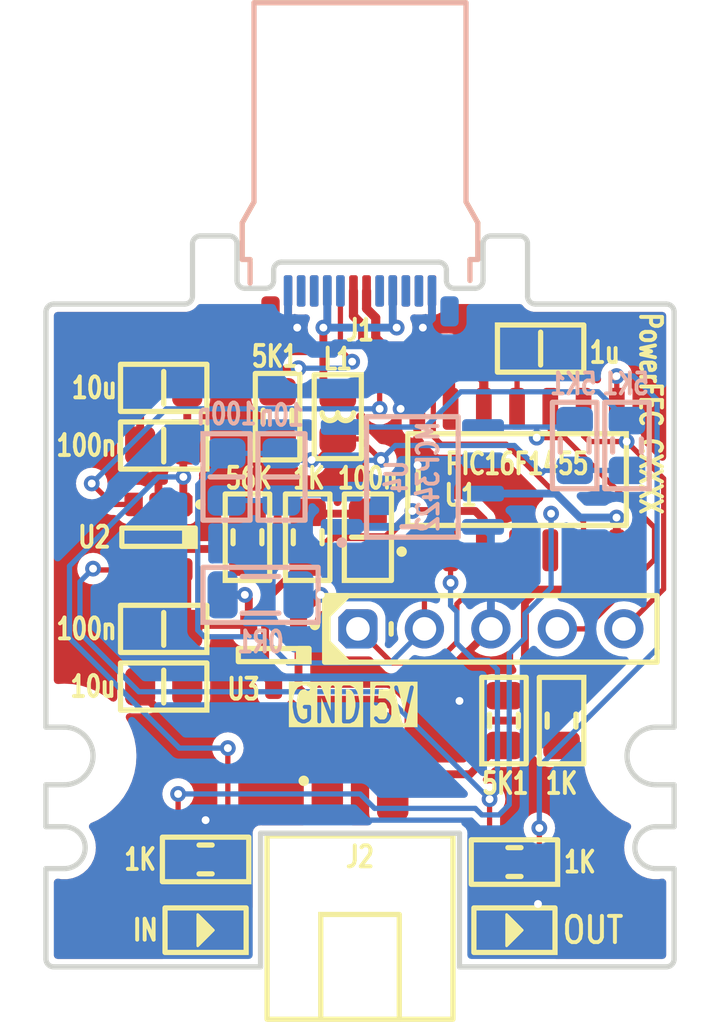
<source format=kicad_pcb>
(kicad_pcb (version 20221018) (generator pcbnew)
  (layers (0 "F.Cu" signal) (31 "B.Cu" jumper) (34 "B.Paste" user) (35 "F.Paste" user) (36 "B.SilkS" user "B.Silkscreen") (37 "F.SilkS" user "F.Silkscreen") (38 "B.Mask" user) (39 "F.Mask" user) (44 "Edge.Cuts" user))
  (net 0 "")
  (net 1 "A_CC")
  (net 2 "USB_DP")
  (net 3 "USB_DM")
  (net 4 "GND")
  (net 5 "Vout")
  (net 6 "LED_IN")
  (net 7 "ILIM")
  (net 8 "5V")
  (net 9 "ICSP_VPP")
  (net 10 "V33")
  (net 11 "Vin")
  (net 12 "Vadc")
  (net 13 "Iadc")
  (net 14 "Vsw")
  (net 15 "POWER_EN")
  (net 16 "POWER_FAULT")
  (net 17 "LED_OUT_HIGH")
  (net 18 "ICSP_CLK/SDA")
  (net 19 "ICSP_DAT/SCL")
  (footprint "Medo64:R (0805)" (layer "F.Cu") (at 37.9 43.9 180)
    (fp_text reference "R4" hide)
    (fp_text value "1K" (at -2.5 0) (layer "F.SilkS") (effects (font (size 0.8 0.6))))
    (pad "1" smd roundrect (at -0.95 0 180) (size 1.05 1.4) (layers "F.Cu" "F.Paste" "F.Mask") (net 17 "LED_OUT_HIGH"))
    (pad "2" smd roundrect (at 0.95 0 180) (size 1.05 1.4) (layers "F.Cu" "F.Paste" "F.Mask") (net 16 "POWER_FAULT"))
  )
  (footprint "Medo64:C (0805)" (layer "F.Cu") (at 24.5 37.2 180)
    (fp_text reference "C8" hide)
    (fp_text value "10u" (at 2.7 0) (layer "F.SilkS") (effects (font (size 0.8 0.6) (thickness 0.15) bold)))
    (pad "1" smd roundrect (at -0.9 0 180) (size 1.15 1.45) (layers "F.Cu" "F.Paste" "F.Mask") (net 14 "Vsw"))
    (pad "2" smd roundrect (at 0.9 0 180) (size 1.15 1.45) (layers "F.Cu" "F.Paste" "F.Mask") (net 4 "GND"))
  )
  (footprint "Medo64:R (0805)" (layer "F.Cu") (at 30 31.5 90)
    (fp_text reference "R2" hide)
    (fp_text value "1K" (at 2.25 0.05) (layer "F.SilkS") (effects (font (size 0.8 0.6))))
    (pad "1" smd roundrect (at -0.95 0 90) (size 1.05 1.4) (layers "F.Cu" "F.Paste" "F.Mask") (net 13 "Iadc"))
    (pad "2" smd roundrect (at 0.95 0 90) (size 1.05 1.4) (layers "F.Cu" "F.Paste" "F.Mask") (net 4 "GND"))
  )
  (footprint "Medo64:J USB C 3.2 Edge (24w)" (layer "F.Cu") (at 32 22)
    (fp_text reference "J1" (at 0 1.6) (layer "F.SilkS") (effects (font (size 0.8 0.6))))
    (fp_text value "105444-0001" hide)
    (pad "A1" smd roundrect locked (at -2.75 0.1) (size 0.33 1.2) (layers "F.Cu" "F.Paste" "F.Mask") (chamfer_ratio 0.2) (chamfer top_left bottom_left) (net 4 "GND"))
    (pad "A2" smd roundrect locked (at -2.25 0.1) (size 0.33 1.2) (layers "F.Cu" "F.Paste" "F.Mask"))
    (pad "A3" smd roundrect locked (at -1.75 0.1) (size 0.33 1.2) (layers "F.Cu" "F.Paste" "F.Mask"))
    (pad "A4" smd roundrect locked (at -1.25 0.1) (size 0.33 1.2) (layers "F.Cu" "F.Paste" "F.Mask") (net 11 "Vin"))
    (pad "A5" smd roundrect locked (at -0.75 0.1) (size 0.33 1.2) (layers "F.Cu" "F.Paste" "F.Mask") (net 1 "A_CC"))
    (pad "A6" smd roundrect locked (at -0.25 0.1) (size 0.33 1.2) (layers "F.Cu" "F.Paste" "F.Mask") (net 2 "USB_DP"))
    (pad "A7" smd roundrect locked (at 0.25 0.1) (size 0.33 1.2) (layers "F.Cu" "F.Paste" "F.Mask") (net 3 "USB_DM"))
    (pad "A8" smd roundrect locked (at 0.75 0.1) (size 0.33 1.2) (layers "F.Cu" "F.Paste" "F.Mask"))
    (pad "A9" smd roundrect locked (at 1.25 0.1) (size 0.33 1.2) (layers "F.Cu" "F.Paste" "F.Mask") (net 11 "Vin"))
    (pad "A10" smd roundrect locked (at 1.75 0.1) (size 0.33 1.2) (layers "F.Cu" "F.Paste" "F.Mask"))
    (pad "A11" smd roundrect locked (at 2.25 0.1) (size 0.33 1.2) (layers "F.Cu" "F.Paste" "F.Mask"))
    (pad "A12" smd roundrect locked (at 2.75 0.1) (size 0.33 1.2) (layers "F.Cu" "F.Paste" "F.Mask") (net 4 "GND"))
    (pad "B01" smd roundrect locked (at 2.75 0.1) (size 0.33 1.2) (layers "B.Cu" "B.Paste" "B.Mask") (chamfer_ratio 0.2) (chamfer top_right bottom_right) (net 4 "GND"))
    (pad "B02" smd roundrect locked (at 2.25 0.1) (size 0.33 1.2) (layers "B.Cu" "B.Paste" "B.Mask"))
    (pad "B03" smd roundrect locked (at 1.75 0.1) (size 0.33 1.2) (layers "B.Cu" "B.Paste" "B.Mask"))
    (pad "B04" smd roundrect locked (at 1.25 0.1) (size 0.33 1.2) (layers "B.Cu" "B.Paste" "B.Mask") (net 11 "Vin"))
    (pad "B05" smd roundrect locked (at 0.75 0.1) (size 0.33 1.2) (layers "B.Cu" "B.Paste" "B.Mask"))
    (pad "B08" smd roundrect locked (at -0.75 0.1) (size 0.33 1.2) (layers "B.Cu" "B.Paste" "B.Mask"))
    (pad "B09" smd roundrect locked (at -1.25 0.1) (size 0.33 1.2) (layers "B.Cu" "B.Paste" "B.Mask") (net 11 "Vin"))
    (pad "B10" smd roundrect locked (at -1.75 0.1) (size 0.33 1.2) (layers "B.Cu" "B.Paste" "B.Mask"))
    (pad "B11" smd roundrect locked (at -2.25 0.1) (size 0.33 1.2) (layers "B.Cu" "B.Paste" "B.Mask"))
    (pad "B12" smd roundrect locked (at -2.75 0.1) (size 0.33 1.2) (layers "B.Cu" "B.Paste" "B.Mask") (net 4 "GND"))
    (pad "S" smd roundrect locked (at -3.42 0.88) (size 0.7 1.15) (layers "F.Cu" "F.Paste" "F.Mask"))
    (pad "S" smd roundrect locked (at 3.42 0.88) (size 0.7 1.15) (layers "B.Cu" "B.Paste" "B.Mask"))
  )
  (footprint "Medo64:U Current Monitor [ZXCT1009] (SOT23-3)" (layer "F.Cu") (at 28.7 36 180)
    (fp_text reference "U3" (at 1.15 -1.3 180) (layer "F.SilkS") (effects (font (size 0.8 0.6))))
    (fp_text value "ZXCT1009" hide)
    (pad "1" smd roundrect (at -0.95 1.15 180) (size 0.65 1.05) (layers "F.Cu" "F.Paste" "F.Mask") (chamfer_ratio 0.2) (chamfer top_left bottom_left) (net 5 "Vout"))
    (pad "2" smd roundrect (at 0.95 1.15 180) (size 0.65 1.05) (layers "F.Cu" "F.Paste" "F.Mask") (net 14 "Vsw"))
    (pad "3" smd roundrect (at 0 -1.15 180) (size 0.65 1.05) (layers "F.Cu" "F.Paste" "F.Mask") (net 13 "Iadc"))
  )
  (footprint "Medo64:L (0805)" (layer "F.Cu") (at 31.15 26.9 -90)
    (fp_text reference "L1" (at -2.2 0) (layer "F.SilkS") (effects (font (size 0.8 0.6))))
    (fp_text value "1u" hide)
    (pad "1" smd roundrect (at -0.85 0 270) (size 1.05 1.4) (layers "F.Cu" "F.Paste" "F.Mask") (net 11 "Vin"))
    (pad "2" smd roundrect (at 0.85 0 270) (size 1.05 1.4) (layers "F.Cu" "F.Paste" "F.Mask") (net 8 "5V"))
  )
  (footprint "Medo64:DS (0805)" (layer "F.Cu") (at 37.9 46.5 180)
    (fp_text reference "DS2" hide)
    (fp_text value "OUT" (at -3 0 180) (layer "F.SilkS" knockout) (effects (font (size 1 0.8) (thickness 0.15) bold)))
    (pad "1" smd roundrect (at -0.9 0 180) (size 1 1.4) (layers "F.Cu" "F.Paste" "F.Mask") (chamfer_ratio 0.2) (chamfer top_left bottom_left) (net 4 "GND"))
    (pad "2" smd roundrect (at 0.9 0 180) (size 1 1.4) (layers "F.Cu" "F.Paste" "F.Mask") (net 16 "POWER_FAULT"))
  )
  (footprint "Medo64:C (0805)" (layer "F.Cu") (at 24.5 25.8 180)
    (fp_text reference "C7" hide)
    (fp_text value "10u" (at 2.65 0 180) (layer "F.SilkS") (effects (font (size 0.8 0.6) (thickness 0.15) bold)))
    (pad "1" smd roundrect (at -0.9 0 180) (size 1.15 1.45) (layers "F.Cu" "F.Paste" "F.Mask") (net 11 "Vin"))
    (pad "2" smd roundrect (at 0.9 0 180) (size 1.15 1.45) (layers "F.Cu" "F.Paste" "F.Mask") (net 4 "GND"))
  )
  (footprint "Medo64:J JST XH Edge [POWER] (2w)" (layer "F.Cu") (at 32 40.8)
    (fp_text reference "J2" (at 0 2.9) (layer "F.SilkS") (effects (font (size 0.8 0.6) (thickness 0.15) bold)))
    (fp_text value "B2B-XH-A")
    (pad "1" smd roundrect locked (at -1.25 0) (size 1.2 3) (layers "F.Cu" "F.Paste" "F.Mask") (chamfer_ratio 0.2) (chamfer top_left bottom_left) (net 4 "GND"))
    (pad "2" smd roundrect locked (at 1.25 0) (size 1.2 3) (layers "F.Cu" "F.Paste" "F.Mask") (net 5 "Vout"))
  )
  (footprint "Medo64:U Micro [PIC16F1455] (SOIC-14)" (layer "F.Cu") (at 38 29.3 90)
    (fp_text reference "U1" (at -0.6 -2.15 180) (layer "F.SilkS") (effects (font (size 0.8 0.6))))
    (fp_text value "PIC16F1455" (at 0.6 0 180) (layer "F.SilkS") (effects (font (size 0.8 0.6))))
    (pad "1" smd roundrect (at -2.7 -3.81 90) (size 1.6 0.6) (layers "F.Cu" "F.Paste" "F.Mask") (chamfer_ratio 0.2) (chamfer top_left top_right) (net 8 "5V"))
    (pad "2" smd roundrect (at -2.7 -2.54 90) (size 1.6 0.6) (layers "F.Cu" "F.Paste" "F.Mask") (net 16 "POWER_FAULT"))
    (pad "3" smd roundrect (at -2.7 -1.27 90) (size 1.6 0.6) (layers "F.Cu" "F.Paste" "F.Mask") (net 13 "Iadc"))
    (pad "4" smd roundrect (at -2.7 0 90) (size 1.6 0.6) (layers "F.Cu" "F.Paste" "F.Mask") (net 9 "ICSP_VPP"))
    (pad "5" smd roundrect (at -2.7 1.27 90) (size 1.6 0.6) (layers "F.Cu" "F.Paste" "F.Mask") (net 6 "LED_IN"))
    (pad "6" smd roundrect (at -2.7 2.54 90) (size 1.6 0.6) (layers "F.Cu" "F.Paste" "F.Mask") (net 15 "POWER_EN"))
    (pad "7" smd roundrect (at -2.7 3.81 90) (size 1.6 0.6) (layers "F.Cu" "F.Paste" "F.Mask") (net 12 "Vadc"))
    (pad "8" smd roundrect (at 2.7 3.81 90) (size 1.6 0.6) (layers "F.Cu" "F.Paste" "F.Mask") (net 17 "LED_OUT_HIGH"))
    (pad "9" smd roundrect (at 2.7 2.54 90) (size 1.6 0.6) (layers "F.Cu" "F.Paste" "F.Mask") (net 18 "ICSP_CLK/SDA"))
    (pad "10" smd roundrect (at 2.7 1.27 90) (size 1.6 0.6) (layers "F.Cu" "F.Paste" "F.Mask") (net 19 "ICSP_DAT/SCL"))
    (pad "11" smd roundrect (at 2.7 0 90) (size 1.6 0.6) (layers "F.Cu" "F.Paste" "F.Mask") (net 10 "V33"))
    (pad "12" smd roundrect (at 2.7 -1.27 90) (size 1.6 0.6) (layers "F.Cu" "F.Paste" "F.Mask") (net 3 "USB_DM"))
    (pad "13" smd roundrect (at 2.7 -2.54 90) (size 1.6 0.6) (layers "F.Cu" "F.Paste" "F.Mask") (net 2 "USB_DP"))
    (pad "14" smd roundrect (at 2.7 -3.81 90) (size 1.6 0.6) (layers "F.Cu" "F.Paste" "F.Mask") (net 4 "GND"))
  )
  (footprint "Medo64:C (0805)" (layer "F.Cu") (at 24.5 28 180)
    (fp_text reference "C2" hide)
    (fp_text value "100n" (at 2.95 0 180) (layer "F.SilkS") (effects (font (size 0.8 0.6) (thickness 0.15) bold)))
    (pad "1" smd roundrect (at -0.9 0 180) (size 1.15 1.45) (layers "F.Cu" "F.Paste" "F.Mask") (net 11 "Vin"))
    (pad "2" smd roundrect (at 0.9 0 180) (size 1.15 1.45) (layers "F.Cu" "F.Paste" "F.Mask") (net 4 "GND"))
  )
  (footprint "Medo64:U LoadSwitch Adjustable [AP22652AW6-7] (SOT23-6)" (layer "F.Cu") (at 24.3 31.5 -90)
    (fp_text reference "U2" (at 0 2.45) (layer "F.SilkS") (effects (font (size 0.8 0.6))))
    (fp_text value "AP22652" hide)
    (pad "1" smd roundrect (at -1.25 -0.95 270) (size 0.9 0.7) (layers "F.Cu" "F.Paste" "F.Mask") (chamfer_ratio 0.2) (chamfer top_left top_right) (net 11 "Vin"))
    (pad "2" smd roundrect (at -1.25 0 270) (size 0.9 0.7) (layers "F.Cu" "F.Paste" "F.Mask") (net 4 "GND"))
    (pad "3" smd roundrect (at -1.25 0.95 270) (size 0.9 0.7) (layers "F.Cu" "F.Paste" "F.Mask") (chamfer_ratio 0.2) (chamfer top_left top_right) (net 15 "POWER_EN"))
    (pad "4" smd roundrect (at 1.25 0.95 270) (size 0.9 0.7) (layers "F.Cu" "F.Paste" "F.Mask") (net 16 "POWER_FAULT"))
    (pad "5" smd roundrect (at 1.25 0 270) (size 0.9 0.7) (layers "F.Cu" "F.Paste" "F.Mask") (net 7 "ILIM"))
    (pad "6" smd roundrect (at 1.25 -0.95 270) (size 0.9 0.7) (layers "F.Cu" "F.Paste" "F.Mask") (net 14 "Vsw"))
  )
  (footprint "Medo64:R (0805)" (layer "F.Cu") (at 28.85 26.9 90)
    (fp_text reference "R6" hide)
    (fp_text value "5K1" (at 2.3 -0.1) (layer "F.SilkS") (effects (font (size 0.8 0.6))))
    (pad "1" smd roundrect (at -0.95 0 90) (size 1.05 1.4) (layers "F.Cu" "F.Paste" "F.Mask") (net 4 "GND"))
    (pad "2" smd roundrect (at 0.95 0 90) (size 1.05 1.4) (layers "F.Cu" "F.Paste" "F.Mask") (net 1 "A_CC"))
  )
  (footprint "Medo64:R (0805)" (layer "F.Cu") (at 37.5 38.5 90)
    (fp_text reference "R5" hide)
    (fp_text value "5K1" (at -2.4 0.05) (layer "F.SilkS") (effects (font (size 0.8 0.6))))
    (pad "1" smd roundrect (at -0.95 0 90) (size 1.05 1.4) (layers "F.Cu" "F.Paste" "F.Mask") (net 5 "Vout"))
    (pad "2" smd roundrect (at 0.95 0 90) (size 1.05 1.4) (layers "F.Cu" "F.Paste" "F.Mask") (net 12 "Vadc"))
  )
  (footprint "Medo64:ICSP PIC Pogo (5w)" (layer "F.Cu") (at 37 35)
    (fp_text reference "ICSP" hide)
    (fp_text value "Microchip PIC" hide)
    (pad "1" thru_hole roundrect (at -5.08 0) (size 1.5 1.5) (drill 0.9) (layers "*.Cu" "*.Mask") (chamfer_ratio 0.2) (chamfer top_left bottom_left) (net 9 "ICSP_VPP"))
    (pad "2" thru_hole circle (at -2.54 0) (size 1.5 1.5) (drill 0.9) (layers "*.Cu" "*.Mask") (net 8 "5V"))
    (pad "3" thru_hole circle (at 0 0) (size 1.5 1.5) (drill 0.9) (layers "*.Cu" "*.Mask") (net 4 "GND"))
    (pad "4" thru_hole circle (at 2.54 0) (size 1.5 1.5) (drill 0.9) (layers "*.Cu" "*.Mask") (net 19 "ICSP_DAT/SCL"))
    (pad "5" thru_hole circle (at 5.08 0) (size 1.5 1.5) (drill 0.9) (layers "*.Cu" "*.Mask") (net 18 "ICSP_CLK/SDA"))
  )
  (footprint "Medo64:C (0805)" (layer "F.Cu") (at 24.5 35 180)
    (fp_text reference "C3" hide)
    (fp_text value "100n" (at 2.95 0) (layer "F.SilkS") (effects (font (size 0.8 0.6) (thickness 0.15) bold)))
    (pad "1" smd roundrect (at -0.9 0 180) (size 1.15 1.45) (layers "F.Cu" "F.Paste" "F.Mask") (net 14 "Vsw"))
    (pad "2" smd roundrect (at 0.9 0 180) (size 1.15 1.45) (layers "F.Cu" "F.Paste" "F.Mask") (net 4 "GND"))
  )
  (footprint "Medo64:C (0805)" (layer "F.Cu") (at 38.9 24.3)
    (fp_text reference "C6" hide)
    (fp_text value "1u" (at 2.45 0.15 180) (layer "F.SilkS") (effects (font (size 0.8 0.6) (thickness 0.15) bold)))
    (pad "1" smd roundrect (at -0.9 0) (size 1.15 1.45) (layers "F.Cu" "F.Paste" "F.Mask") (net 10 "V33"))
    (pad "2" smd roundrect (at 0.9 0) (size 1.15 1.45) (layers "F.Cu" "F.Paste" "F.Mask") (net 4 "GND"))
  )
  (footprint "Medo64:R (0805)" (layer "F.Cu") (at 27.7 31.5 90)
    (fp_text reference "R9" hide)
    (fp_text value "56K" (at 2.25 0.05) (layer "F.SilkS") (effects (font (size 0.8 0.6))))
    (pad "1" smd roundrect (at -0.95 0 90) (size 1.05 1.4) (layers "F.Cu" "F.Paste" "F.Mask") (net 7 "ILIM"))
    (pad "2" smd roundrect (at 0.95 0 90) (size 1.05 1.4) (layers "F.Cu" "F.Paste" "F.Mask") (net 4 "GND"))
  )
  (footprint "Medo64:C (0805)" (layer "F.Cu") (at 32.3 31.5 90)
    (fp_text reference "C4" hide)
    (fp_text value "100n" (at 2.25 0) (layer "F.SilkS") (effects (font (size 0.8 0.6) (thickness 0.15) bold)))
    (pad "1" smd roundrect (at -0.9 0 90) (size 1.15 1.45) (layers "F.Cu" "F.Paste" "F.Mask") (net 8 "5V"))
    (pad "2" smd roundrect (at 0.9 0 90) (size 1.15 1.45) (layers "F.Cu" "F.Paste" "F.Mask") (net 4 "GND"))
  )
  (footprint "Medo64:DS (0805)" (layer "F.Cu") (at 26.1 46.5 180)
    (fp_text reference "DS1" hide)
    (fp_text value "IN" (at 2.3 0 180) (layer "F.SilkS" knockout) (effects (font (size 0.8 0.6) (thickness 0.15) bold)))
    (pad "1" smd roundrect (at -0.9 0 180) (size 1 1.4) (layers "F.Cu" "F.Paste" "F.Mask") (chamfer_ratio 0.2) (chamfer top_left bottom_left) (net 4 "GND"))
    (pad "2" smd roundrect (at 0.9 0 180) (size 1 1.4) (layers "F.Cu" "F.Paste" "F.Mask") (net 6 "LED_IN"))
  )
  (footprint "Medo64:R (0805)" (layer "F.Cu") (at 39.7 38.5 -90)
    (fp_text reference "R4" hide)
    (fp_text value "1K" (at 2.4 0) (layer "F.SilkS") (effects (font (size 0.8 0.6))))
    (pad "1" smd roundrect (at -0.95 0 270) (size 1.05 1.4) (layers "F.Cu" "F.Paste" "F.Mask") (net 12 "Vadc"))
    (pad "2" smd roundrect (at 0.95 0 270) (size 1.05 1.4) (layers "F.Cu" "F.Paste" "F.Mask") (net 4 "GND"))
  )
  (footprint "Medo64:R (0805)" (layer "F.Cu") (at 26.1 43.8 180)
    (fp_text reference "R3" hide)
    (fp_text value "1K" (at 2.5 0) (layer "F.SilkS") (effects (font (size 0.8 0.6))))
    (pad "1" smd roundrect (at -0.95 0 180) (size 1.05 1.4) (layers "F.Cu" "F.Paste" "F.Mask") (net 11 "Vin"))
    (pad "2" smd roundrect (at 0.95 0 180) (size 1.05 1.4) (layers "F.Cu" "F.Paste" "F.Mask") (net 6 "LED_IN"))
  )
  (footprint "Medo64:R (0805)" (layer "B.Cu") (at 42.2 28 90)
    (fp_text reference "R8" hide)
    (fp_text value "5K1" (at 2.35 -0.05) (layer "B.SilkS") (effects (font (size 0.8 0.6)) (justify mirror)))
    (pad "1" smd roundrect (at -0.95 0 90) (size 1.05 1.4) (layers "B.Cu" "B.Paste" "B.Mask") (net 8 "5V"))
    (pad "2" smd roundrect (at 0.95 0 90) (size 1.05 1.4) (layers "B.Cu" "B.Paste" "B.Mask") (net 18 "ICSP_CLK/SDA"))
  )
  (footprint "Medo64:C (0805)" (layer "B.Cu") (at 29 29.2 -90)
    (fp_text reference "C1" hide)
    (fp_text value "10n" (at -2.35 0) (layer "B.SilkS") (effects (font (size 0.8 0.6) (thickness 0.15) bold) (justify mirror)))
    (pad "1" smd roundrect (at -0.9 0 270) (size 1.15 1.45) (layers "B.Cu" "B.Paste" "B.Mask") (net 8 "5V"))
    (pad "2" smd roundrect (at 0.9 0 270) (size 1.15 1.45) (layers "B.Cu" "B.Paste" "B.Mask") (net 4 "GND"))
  )
  (footprint "Medo64:R (1206)" (layer "B.Cu") (at 28.2 33.7)
    (fp_text reference "R1" hide)
    (fp_text value "0R1" (at 0 1.8 180) (layer "B.SilkS") (effects (font (size 0.8 0.6)) (justify mirror)))
    (pad "1" smd roundrect (at -1.45 0) (size 1.15 1.8) (layers "B.Cu" "B.Paste" "B.Mask") (net 14 "Vsw"))
    (pad "2" smd roundrect (at 1.45 0) (size 1.15 1.8) (layers "B.Cu" "B.Paste" "B.Mask") (net 5 "Vout"))
  )
  (footprint "Medo64:U ADC 18bit 2ch [MCP3422] (SOIC-8)" (layer "B.Cu") (at 34 29.2)
    (fp_text reference "U4" (at -0.6 0 90) (layer "B.SilkS") (effects (font (size 0.8 0.6)) (justify mirror)))
    (fp_text value "MCP3422" (at 0.6 0 90) (layer "B.SilkS") (effects (font (size 0.8 0.6)) (justify mirror)))
    (pad "1" smd roundrect (at -2.7 1.905) (size 1.6 0.6) (layers "B.Cu" "B.Paste" "B.Mask") (chamfer_ratio 0.2) (chamfer bottom_left bottom_right) (net 13 "Iadc"))
    (pad "2" smd roundrect (at -2.7 0.635) (size 1.6 0.6) (layers "B.Cu" "B.Paste" "B.Mask") (net 4 "GND"))
    (pad "3" smd roundrect (at -2.7 -0.635) (size 1.6 0.6) (layers "B.Cu" "B.Paste" "B.Mask") (net 8 "5V"))
    (pad "4" smd roundrect (at -2.7 -1.905) (size 1.6 0.6) (layers "B.Cu" "B.Paste" "B.Mask") (net 18 "ICSP_CLK/SDA"))
    (pad "5" smd roundrect (at 2.7 -1.905) (size 1.6 0.6) (layers "B.Cu" "B.Paste" "B.Mask") (net 19 "ICSP_DAT/SCL"))
    (pad "6" smd roundrect (at 2.7 -0.635) (size 1.6 0.6) (layers "B.Cu" "B.Paste" "B.Mask") (net 4 "GND"))
    (pad "7" smd roundrect (at 2.7 0.635) (size 1.6 0.6) (layers "B.Cu" "B.Paste" "B.Mask") (net 12 "Vadc"))
    (pad "8" smd roundrect (at 2.7 1.905) (size 1.6 0.6) (layers "B.Cu" "B.Paste" "B.Mask") (net 4 "GND"))
  )
  (footprint "Medo64:C (0805)" (layer "B.Cu") (at 26.9 29.2 -90)
    (fp_text reference "C5" hide)
    (fp_text value "100n" (at -2.4 0) (layer "B.SilkS") (effects (font (size 0.8 0.6) (thickness 0.15) bold) (justify mirror)))
    (pad "1" smd roundrect (at -0.9 0 270) (size 1.15 1.45) (layers "B.Cu" "B.Paste" "B.Mask") (net 8 "5V"))
    (pad "2" smd roundrect (at 0.9 0 270) (size 1.15 1.45) (layers "B.Cu" "B.Paste" "B.Mask") (net 4 "GND"))
  )
  (footprint "Medo64:R (0805)" (layer "B.Cu") (at 40.2 28 90)
    (fp_text reference "R7" hide)
    (fp_text value "5K1" (at 2.35 -0.05) (layer "B.SilkS") (effects (font (size 0.8 0.6)) (justify mirror)))
    (pad "1" smd roundrect (at -0.95 0 90) (size 1.05 1.4) (layers "B.Cu" "B.Paste" "B.Mask") (net 8 "5V"))
    (pad "2" smd roundrect (at 0.95 0 90) (size 1.05 1.4) (layers "B.Cu" "B.Paste" "B.Mask") (net 19 "ICSP_DAT/SCL"))
  )
  (gr_line locked (start 38.4 20.3) (end 38.4 22.3) (stroke (width 0.2)) (layer "Edge.Cuts"))
  (gr_arc locked (start 25.6 22.3) (mid 25.512132 22.512132) (end 25.3 22.6) (stroke (width 0.2)) (layer "Edge.Cuts"))
  (gr_arc locked (start 43.3 40.95) (mid 42.2 39.85) (end 43.3 38.75) (stroke (width 0.2)) (layer "Edge.Cuts"))
  (gr_line locked (start 35.8 47.9) (end 43.7 47.9) (stroke (width 0.2)) (layer "Edge.Cuts"))
  (gr_line locked (start 20.7 40.95) (end 20 40.95) (stroke (width 0.2)) (layer "Edge.Cuts"))
  (gr_line locked (start 43.3 40.95) (end 44 40.95) (stroke (width 0.2)) (layer "Edge.Cuts"))
  (gr_line locked (start 44 44.15) (end 43.3 44.15) (stroke (width 0.2)) (layer "Edge.Cuts"))
  (gr_arc locked (start 35 21) (mid 35.212132 21.087868) (end 35.3 21.3) (stroke (width 0.2)) (layer "Edge.Cuts"))
  (gr_arc locked (start 28.7 21.3) (mid 28.787868 21.087868) (end 29 21) (stroke (width 0.2)) (layer "Edge.Cuts"))
  (gr_line locked (start 38.1 20) (end 37 20) (stroke (width 0.2)) (layer "Edge.Cuts"))
  (gr_arc locked (start 28.7 21.7) (mid 28.612132 21.912132) (end 28.4 22) (stroke (width 0.2)) (layer "Edge.Cuts"))
  (gr_arc locked (start 27 20) (mid 27.212132 20.087868) (end 27.3 20.3) (stroke (width 0.2)) (layer "Edge.Cuts"))
  (gr_arc locked (start 43.7 22.6) (mid 43.912132 22.687868) (end 44 22.9) (stroke (width 0.2)) (layer "Edge.Cuts"))
  (gr_line locked (start 20 44.15) (end 20 47.6) (stroke (width 0.2)) (layer "Edge.Cuts"))
  (gr_line locked (start 20 38.75) (end 20.7 38.75) (stroke (width 0.2)) (layer "Edge.Cuts"))
  (gr_line locked (start 44 42.55) (end 43.3 42.55) (stroke (width 0.2)) (layer "Edge.Cuts"))
  (gr_arc locked (start 38.7 22.6) (mid 38.487868 22.512132) (end 38.4 22.3) (stroke (width 0.2)) (layer "Edge.Cuts"))
  (gr_line locked (start 44 42.55) (end 44 40.95) (stroke (width 0.2)) (layer "Edge.Cuts"))
  (gr_line locked (start 28.4 22) (end 27.6 22) (stroke (width 0.2)) (layer "Edge.Cuts"))
  (gr_line locked (start 43.7 22.6) (end 38.7 22.6) (stroke (width 0.2)) (layer "Edge.Cuts"))
  (gr_line locked (start 20.3 22.6) (end 25.3 22.6) (stroke (width 0.2)) (layer "Edge.Cuts"))
  (gr_arc locked (start 38.1 20) (mid 38.312132 20.087868) (end 38.4 20.3) (stroke (width 0.2)) (layer "Edge.Cuts"))
  (gr_arc locked (start 35.6 22) (mid 35.387868 21.912132) (end 35.3 21.7) (stroke (width 0.2)) (layer "Edge.Cuts"))
  (gr_line locked (start 35.3 21.7) (end 35.3 21.3) (stroke (width 0.2)) (layer "Edge.Cuts"))
  (gr_line locked (start 27.3 20.3) (end 27.3 21.7) (stroke (width 0.2)) (layer "Edge.Cuts"))
  (gr_arc locked (start 20 22.9) (mid 20.087868 22.687868) (end 20.3 22.6) (stroke (width 0.2)) (layer "Edge.Cuts"))
  (gr_arc locked (start 36.7 20.3) (mid 36.787868 20.087868) (end 37 20) (stroke (width 0.2)) (layer "Edge.Cuts"))
  (gr_arc locked (start 20.7 42.55) (mid 21.5 43.35) (end 20.7 44.15) (stroke (width 0.2)) (layer "Edge.Cuts"))
  (gr_arc locked (start 27.6 22) (mid 27.387868 21.912132) (end 27.3 21.7) (stroke (width 0.2)) (layer "Edge.Cuts"))
  (gr_line locked (start 36.7 20.3) (end 36.7 21.7) (stroke (width 0.2)) (layer "Edge.Cuts"))
  (gr_arc locked (start 44 47.6) (mid 43.912132 47.812132) (end 43.7 47.9) (stroke (width 0.2)) (layer "Edge.Cuts"))
  (gr_line locked (start 36.4 22) (end 35.6 22) (stroke (width 0.2)) (layer "Edge.Cuts"))
  (gr_line locked (start 44 22.9) (end 44 38.75) (stroke (width 0.2)) (layer "Edge.Cuts"))
  (gr_line locked (start 43.3 38.75) (end 44 38.75) (stroke (width 0.2)) (layer "Edge.Cuts"))
  (gr_line locked (start 28.7 21.7) (end 28.7 21.3) (stroke (width 0.2)) (layer "Edge.Cuts"))
  (gr_arc locked (start 20.7 38.75) (mid 21.8 39.85) (end 20.7 40.95) (stroke (width 0.2)) (layer "Edge.Cuts"))
  (gr_arc locked (start 43.3 44.15) (mid 42.5 43.35) (end 43.3 42.55) (stroke (width 0.2)) (layer "Edge.Cuts"))
  (gr_line locked (start 25.9 20) (end 27 20) (stroke (width 0.2)) (layer "Edge.Cuts"))
  (gr_line locked (start 25.6 20.3) (end 25.6 22.3) (stroke (width 0.2)) (layer "Edge.Cuts"))
  (gr_line locked (start 44 44.15) (end 44 47.6) (stroke (width 0.2)) (layer "Edge.Cuts"))
  (gr_line locked (start 20 22.9) (end 20 38.75) (stroke (width 0.2)) (layer "Edge.Cuts"))
  (gr_line locked (start 20.7 44.15) (end 20 44.15) (stroke (width 0.2)) (layer "Edge.Cuts"))
  (gr_line locked (start 35.8 42.8) (end 28.2 42.8) (stroke (width 0.2)) (layer "Edge.Cuts"))
  (gr_arc locked (start 25.6 20.3) (mid 25.687868 20.087868) (end 25.9 20) (stroke (width 0.2)) (layer "Edge.Cuts"))
  (gr_arc locked (start 36.7 21.7) (mid 36.612132 21.912132) (end 36.4 22) (stroke (width 0.2)) (layer "Edge.Cuts"))
  (gr_line locked (start 29 21) (end 35 21) (stroke (width 0.2)) (layer "Edge.Cuts"))
  (gr_line locked (start 28.2 47.9) (end 28.2 42.8) (stroke (width 0.2)) (layer "Edge.Cuts"))
  (gr_line locked (start 20.7 42.55) (end 20 42.55) (stroke (width 0.2)) (layer "Edge.Cuts"))
  (gr_line locked (start 20 42.55) (end 20 40.95) (stroke (width 0.2)) (layer "Edge.Cuts"))
  (gr_line locked (start 20.3 47.9) (end 28.2 47.9) (stroke (width 0.2)) (layer "Edge.Cuts"))
  (gr_line locked (start 35.8 47.9) (end 35.8 42.8) (stroke (width 0.2)) (layer "Edge.Cuts"))
  (gr_arc locked (start 20.3 47.9) (mid 20.087868 47.812132) (end 20 47.6) (stroke (width 0.2)) (layer "Edge.Cuts"))
  (gr_text "5V" (at 33.25 38.7) (layer "F.SilkS" knockout) (effects (font (size 1.3 0.9) (thickness 0.15) bold) (justify bottom)))
  (gr_text "GND" (at 30.7 38.7) (layer "F.SilkS" knockout) (effects (font (size 1.3 0.9) (thickness 0.15) bold) (justify bottom)))
  (gr_text "PowerFEC CXXXX" (at 43.1 22.85 270) (layer "F.SilkS") (effects (font (size 0.8 0.6) (thickness 0.15) bold) (justify left)))
  (segment (start 31.25 22.1) (end 31.25 24.35) (width 0.2) (layer "F.Cu") (net 1))
  (segment (start 29.05 25.05) (end 29.650004 25.05) (width 0.2) (layer "F.Cu") (net 1))
  (segment (start 28.85 25.95) (end 28.85 25.25) (width 0.2) (layer "F.Cu") (net 1))
  (segment (start 28.85 25.25) (end 29.05 25.05) (width 0.2) (layer "F.Cu") (net 1))
  (segment (start 31.25 24.35) (end 31.7 24.8) (width 0.2) (layer "F.Cu") (net 1))
  (via (at 29.650004 25.05) (size 0.6) (drill 0.3) (layers "F.Cu" "B.Cu") (net 1))
  (via (at 31.7 24.8) (size 0.6) (drill 0.3) (layers "F.Cu" "B.Cu") (net 1))
  (segment (start 31.7 24.8) (end 31.45 25.05) (width 0.2) (layer "B.Cu") (net 1))
  (segment (start 31.45 25.05) (end 29.650004 25.05) (width 0.2) (layer "B.Cu") (net 1))
  (segment (start 35.2 24.7) (end 35.46 24.96) (width 0.35) (layer "F.Cu") (net 2))
  (segment (start 32.7 24.7) (end 35.2 24.7) (width 0.35) (layer "F.Cu") (net 2))
  (segment (start 32.1 24.1) (end 32.7 24.7) (width 0.35) (layer "F.Cu") (net 2))
  (segment (start 32.1 23.407107) (end 32.1 24.1) (width 0.35) (layer "F.Cu") (net 2))
  (segment (start 35.46 24.96) (end 35.46 26.6) (width 0.35) (layer "F.Cu") (net 2))
  (segment (start 31.75 22.1) (end 31.75 23.057107) (width 0.35) (layer "F.Cu") (net 2))
  (segment (start 31.75 23.057107) (end 32.1 23.407107) (width 0.35) (layer "F.Cu") (net 2))
  (segment (start 32.25 22.1) (end 32.25 22.776292) (width 0.35) (layer "F.Cu") (net 3))
  (segment (start 35.407106 24.2) (end 36.73 25.522894) (width 0.35) (layer "F.Cu") (net 3))
  (segment (start 32.907106 24.2) (end 35.407106 24.2) (width 0.35) (layer "F.Cu") (net 3))
  (segment (start 32.25 22.776292) (end 32.6 23.126292) (width 0.35) (layer "F.Cu") (net 3))
  (segment (start 32.6 23.126292) (end 32.6 23.892894) (width 0.35) (layer "F.Cu") (net 3))
  (segment (start 32.6 23.892894) (end 32.907106 24.2) (width 0.35) (layer "F.Cu") (net 3))
  (segment (start 36.73 25.522894) (end 36.73 26.6) (width 0.35) (layer "F.Cu") (net 3))
  (segment (start 34.75 22.1) (end 34.75 23.15) (width 0.3) (layer "F.Cu") (net 4))
  (segment (start 29.25 23.15) (end 29.6 23.5) (width 0.3) (layer "F.Cu") (net 4))
  (segment (start 29.6 38.7) (end 26 38.7) (width 0.2) (layer "F.Cu") (net 4))
  (segment (start 21.95 34.9) (end 24.1 34.9) (width 0.3) (layer "F.Cu") (net 4))
  (segment (start 20.8 26.35) (end 20.8 33.75) (width 0.3) (layer "F.Cu") (net 4))
  (segment (start 37 35) (end 35.8 36.2) (width 0.3) (layer "F.Cu") (net 4))
  (segment (start 34.19 28.760004) (end 34.19 26.6) (width 0.3) (layer "F.Cu") (net 4))
  (segment (start 23.5 23.9) (end 23.1 24.3) (width 0.3) (layer "F.Cu") (net 4))
  (segment (start 38.7 38.5) (end 36.55 38.5) (width 0.3) (layer "F.Cu") (net 4))
  (segment (start 26.55 31.5) (end 24.6 31.5) (width 0.3) (layer "F.Cu") (net 4))
  (segment (start 35.8 36.2) (end 35.8 37.75) (width 0.3) (layer "F.Cu") (net 4))
  (segment (start 26 38.7) (end 26.1 38.8) (width 0.2) (layer "F.Cu") (net 4))
  (segment (start 24.9 38.7) (end 23.6 37.4) (width 0.3) (layer "F.Cu") (net 4))
  (segment (start 34.4 23.5) (end 34.7 23.2) (width 0.3) (layer "F.Cu") (net 4))
  (segment (start 27.5 30.55) (end 26.55 31.5) (width 0.3) (layer "F.Cu") (net 4))
  (segment (start 27.7 30.55) (end 27.7 29) (width 0.3) (layer "F.Cu") (net 4))
  (segment (start 26.1 45.4) (end 26.1 42.3) (width 0.2) (layer "F.Cu") (net 4))
  (segment (start 36.55 38.5) (end 35.8 37.75) (width 0.3) (layer "F.Cu") (net 4))
  (segment (start 29.25 22.1) (end 29.25 23.15) (width 0.3) (layer "F.Cu") (net 4))
  (segment (start 34.75 23.15) (end 34.4 23.5) (width 0.3) (layer "F.Cu") (net 4))
  (segment (start 32.3 30.6) (end 30.05 30.6) (width 0.3) (layer "F.Cu") (net 4))
  (segment (start 29.6 38.7) (end 24.9 38.7) (width 0.3) (layer "F.Cu") (net 4))
  (segment (start 34.7 23.2) (end 38.9 23.2) (width 0.3) (layer "F.Cu") (net 4))
  (segment (start 27 46.3) (end 26.1 45.4) (width 0.2) (layer "F.Cu") (net 4))
  (segment (start 29.6 23.5) (end 29.2 23.9) (width 0.3) (layer "F.Cu") (net 4))
  (segment (start 34.19 26.6) (end 33.549998 26.6) (width 0.3) (layer "F.Cu") (net 4))
  (segment (start 24.3 28.7) (end 23.6 28) (width 0.3) (layer "F.Cu") (net 4))
  (segment (start 38.8 46.5) (end 38.8 45.499992) (width 0.2) (layer "F.Cu") (net 4))
  (segment (start 27.7 29) (end 28.85 27.85) (width 0.3) (layer "F.Cu") (net 4))
  (segment (start 24.3 31.2) (end 24.3 30.25) (width 0.3) (layer "F.Cu") (net 4))
  (segment (start 38.9 23.2) (end 39.8 24.1) (width 0.3) (layer "F.Cu") (net 4))
  (segment (start 24.3 30.25) (end 24.3 28.7) (width 0.3) (layer "F.Cu") (net 4))
  (segment (start 23.1 25.8) (end 21.35 25.8) (width 0.3) (layer "F.Cu") (net 4))
  (segment (start 23.1 24.3) (end 23.1 25.8) (width 0.3) (layer "F.Cu") (net 4))
  (segment (start 23.6 25.8) (end 23.6 28) (width 0.3) (layer "F.Cu") (net 4))
  (segment (start 21.35 25.8) (end 20.8 26.35) (width 0.3) (layer "F.Cu") (net 4))
  (segment (start 30.75 39.85) (end 29.6 38.7) (width 0.3) (layer "F.Cu") (net 4))
  (segment (start 23.6 37.4) (end 23.6 35) (width 0.3) (layer "F.Cu") (net 4))
  (segment (start 20.8 33.75) (end 21.95 34.9) (width 0.3) (layer "F.Cu") (net 4))
  (segment (start 26.1 38.8) (end 26.1 42.3) (width 0.2) (layer "F.Cu") (net 4))
  (segment (start 32.350004 30.6) (end 34.19 28.760004) (width 0.3) (layer "F.Cu") (net 4))
  (segment (start 24.6 31.5) (end 24.3 31.2) (width 0.3) (layer "F.Cu") (net 4))
  (segment (start 29.2 23.9) (end 23.5 23.9) (width 0.3) (layer "F.Cu") (net 4))
  (segment (start 39.65 39.45) (end 38.7 38.5) (width 0.3) (layer "F.Cu") (net 4))
  (via (at 26.1 42.3) (size 0.6) (drill 0.3) (layers "F.Cu" "B.Cu") (net 4))
  (via (at 34.200002 28.750002) (size 0.6) (drill 0.3) (layers "F.Cu" "B.Cu") (net 4))
  (via (at 35.8 37.75) (size 0.6) (drill 0.3) (layers "F.Cu" "B.Cu") (net 4))
  (via (at 33.549998 26.6) (size 0.6) (drill 0.3) (layers "F.Cu" "B.Cu") (net 4))
  (via (at 29.6 23.5) (size 0.6) (drill 0.3) (layers "F.Cu" "B.Cu") (net 4))
  (via (at 34.4 23.5) (size 0.6) (drill 0.3) (layers "F.Cu" "B.Cu") (net 4))
  (via (at 38.8 45.499992) (size 0.6) (drill 0.3) (layers "F.Cu" "B.Cu") (net 4))
  (segment (start 35 28.85) (end 35.285 28.565) (width 0.3) (layer "B.Cu") (net 4))
  (segment (start 34.4 26.034315) (end 33.834314 26.6) (width 0.3) (layer "B.Cu") (net 4))
  (segment (start 34.2 29.535) (end 34.965 29.535) (width 0.3) (layer "B.Cu") (net 4))
  (segment (start 31.6 29.535) (end 34.2 29.535) (width 0.3) (layer "B.Cu") (net 4))
  (segment (start 34.4 23.5) (end 34.4 26.034315) (width 0.3) (layer "B.Cu") (net 4))
  (segment (start 33.834314 26.6) (end 33.549998 26.6) (width 0.3) (layer "B.Cu") (net 4))
  (segment (start 35.41 31.105) (end 36.7 31.105) (width 0.3) (layer "B.Cu") (net 4))
  (segment (start 37 31.405) (end 37 35) (width 0.3) (layer "B.Cu") (net 4))
  (segment (start 29 30.1) (end 27 30.1) (width 0.2) (layer "B.Cu") (net 4))
  (segment (start 34.2 28.75) (end 34.200002 28.750002) (width 0.3) (layer "B.Cu") (net 4))
  (segment (start 31.3 29.835) (end 29.265 29.835) (width 0.3) (layer "B.Cu") (net 4))
  (segment (start 31.3 29.835) (end 31.6 29.535) (width 0.3) (layer "B.Cu") (net 4))
  (segment (start 36.7 31.105) (end 37 31.405) (width 0.3) (layer "B.Cu") (net 4))
  (segment (start 34.965 29.535) (end 35 29.5) (width 0.3) (layer "B.Cu") (net 4))
  (segment (start 35 29.85) (end 35 30.695) (width 0.3) (layer "B.Cu") (net 4))
  (segment (start 34.75 23.15) (end 34.4 23.5) (width 0.3) (layer "B.Cu") (net 4))
  (segment (start 29.25 23.15) (end 29.6 23.5) (width 0.3) (layer "B.Cu") (net 4))
  (segment (start 38.8 45.499992) (end 38.8 44.85) (width 0.2) (layer "B.Cu") (net 4))
  (segment (start 34.2 29.535) (end 34.2 28.75) (width 0.3) (layer "B.Cu") (net 4))
  (segment (start 34.75 22.1) (end 34.75 23.15) (width 0.3) (layer "B.Cu") (net 4))
  (segment (start 38.8 44.85) (end 36.25 42.3) (width 0.2) (layer "B.Cu") (net 4))
  (segment (start 30.275735 24.175735) (end 33.724265 24.175735) (width 0.3) (layer "B.Cu") (net 4))
  (segment (start 35 29.85) (end 35 28.85) (width 0.3) (layer "B.Cu") (net 4))
  (segment (start 33.724265 24.175735) (end 34.4 23.5) (width 0.3) (layer "B.Cu") (net 4))
  (segment (start 35 30.695) (end 35.41 31.105) (width 0.3) (layer "B.Cu") (net 4))
  (segment (start 29.25 22.1) (end 29.25 23.15) (width 0.3) (layer "B.Cu") (net 4))
  (segment (start 36.25 42.3) (end 26.1 42.3) (width 0.2) (layer "B.Cu") (net 4))
  (segment (start 35.285 28.565) (end 36.7 28.565) (width 0.3) (layer "B.Cu") (net 4))
  (segment (start 29.6 23.5) (end 30.275735 24.175735) (width 0.3) (layer "B.Cu") (net 4))
  (segment (start 33.25 38) (end 32.95 37.7) (width 0.3) (layer "F.Cu") (net 5))
  (segment (start 33.25 40.8) (end 33.25 38) (width 0.3) (layer "F.Cu") (net 5))
  (segment (start 29.65 34.55) (end 30.45 33.75) (width 0.3) (layer "F.Cu") (net 5))
  (segment (start 36.2 40.55) (end 37.3 39.45) (width 0.3) (layer "F.Cu") (net 5))
  (segment (start 30.1 37.7) (end 29.65 37.25) (width 0.3) (layer "F.Cu") (net 5))
  (segment (start 33.3 40.55) (end 36.2 40.55) (width 0.3) (layer "F.Cu") (net 5))
  (segment (start 32.95 37.7) (end 30.1 37.7) (width 0.3) (layer "F.Cu") (net 5))
  (segment (start 29.65 37.25) (end 29.65 34.85) (width 0.3) (layer "F.Cu") (net 5))
  (via (at 30.5 33.7) (size 0.6) (drill 0.3) (layers "F.Cu" "B.Cu") (net 5))
  (segment (start 29.7 33.7) (end 30.500002 33.7) (width 0.2) (layer "B.Cu") (net 5))
  (segment (start 39.3 30.6) (end 39.3 31.97) (width 0.2) (layer "F.Cu") (net 6))
  (segment (start 25.05 43.7) (end 25.05 41.3) (width 0.2) (layer "F.Cu") (net 6))
  (segment (start 25.15 46.45) (end 25.15 43.8) (width 0.2) (layer "F.Cu") (net 6))
  (via (at 25.05 41.3) (size 0.6) (drill 0.3) (layers "F.Cu" "B.Cu") (net 6))
  (via (at 39.3 30.6) (size 0.6) (drill 0.3) (layers "F.Cu" "B.Cu") (net 6))
  (segment (start 38.3 35.35) (end 37.7 35.95) (width 0.2) (layer "B.Cu") (net 6))
  (segment (start 37.7 35.95) (end 37.7 41.707107) (width 0.2) (layer "B.Cu") (net 6))
  (segment (start 36.405025 41.85) (end 32.555026 41.85) (width 0.2) (layer "B.Cu") (net 6))
  (segment (start 38.3 34.425) (end 38.3 35.35) (width 0.2) (layer "B.Cu") (net 6))
  (segment (start 37.307107 42.1) (end 36.655025 42.1) (width 0.2) (layer "B.Cu") (net 6))
  (segment (start 39.3 33.425) (end 38.3 34.425) (width 0.2) (layer "B.Cu") (net 6))
  (segment (start 32.005026 41.3) (end 25.05 41.3) (width 0.2) (layer "B.Cu") (net 6))
  (segment (start 39.3 30.6) (end 39.3 33.425) (width 0.2) (layer "B.Cu") (net 6))
  (segment (start 36.655025 42.1) (end 36.405025 41.85) (width 0.2) (layer "B.Cu") (net 6))
  (segment (start 37.7 41.707107) (end 37.307107 42.1) (width 0.2) (layer "B.Cu") (net 6))
  (segment (start 32.555026 41.85) (end 32.005026 41.3) (width 0.2) (layer "B.Cu") (net 6))
  (segment (start 24.85 31.95) (end 27.075 31.95) (width 0.3) (layer "F.Cu") (net 7))
  (segment (start 27.075 31.95) (end 27.575 32.45) (width 0.3) (layer "F.Cu") (net 7))
  (segment (start 24.3 32.5) (end 24.85 31.95) (width 0.3) (layer "F.Cu") (net 7))
  (segment (start 31.15 27.75) (end 32 27.75) (width 0.2) (layer "F.Cu") (net 8))
  (segment (start 34.46 33.56) (end 34.46 35) (width 0.2) (layer "F.Cu") (net 8))
  (segment (start 34.19 32) (end 34.19 33.29) (width 0.2) (layer "F.Cu") (net 8))
  (segment (start 30.35 28.55) (end 30.15 28.55) (width 0.2) (layer "F.Cu") (net 8))
  (segment (start 34.19 33.29) (end 34.46 33.56) (width 0.2) (layer "F.Cu") (net 8))
  (segment (start 31.15 27.75) (end 30.35 28.55) (width 0.2) (layer "F.Cu") (net 8))
  (segment (start 34.19 32) (end 32.5 32) (width 0.2) (layer "F.Cu") (net 8))
  (segment (start 32 27.75) (end 32.8 28.55) (width 0.2) (layer "F.Cu") (net 8))
  (via (at 32.8 28.55) (size 0.6) (drill 0.3) (layers "F.Cu" "B.Cu") (net 8))
  (via (at 30.15 28.55) (size 0.6) (drill 0.3) (layers "F.Cu" "B.Cu") (net 8))
  (segment (start 29.25 36.3) (end 33.16 36.3) (width 0.2) (layer "B.Cu") (net 8))
  (segment (start 40.2 28.95) (end 42.2 28.95) (width 0.2) (layer "B.Cu") (net 8))
  (segment (start 33.16 36.3) (end 34.46 35) (width 0.2) (layer "B.Cu") (net 8))
  (segment (start 31.3 28.565) (end 32.785 28.565) (width 0.2) (layer "B.Cu") (net 8))
  (segment (start 39.05 28.95) (end 38.95 29.05) (width 0.2) (layer "B.Cu") (net 8))
  (segment (start 32.785 28.565) (end 32.8 28.55) (width 0.2) (layer "B.Cu") (net 8))
  (segment (start 25.8 35.05) (end 26.05 35.3) (width 0.2) (layer "B.Cu") (net 8))
  (segment (start 40.2 28.95) (end 39.05 28.95) (width 0.2) (layer "B.Cu") (net 8))
  (segment (start 31.3 28.565) (end 29.265 28.565) (width 0.2) (layer "B.Cu") (net 8))
  (segment (start 37.9 28) (end 33.35 28) (width 0.2) (layer "B.Cu") (net 8))
  (segment (start 29 28.3) (end 27 28.3) (width 0.2) (layer "B.Cu") (net 8))
  (segment (start 28.25 35.3) (end 29.25 36.3) (width 0.2) (layer "B.Cu") (net 8))
  (segment (start 27 28.3) (end 25.8 29.5) (width 0.2) (layer "B.Cu") (net 8))
  (segment (start 25.8 29.5) (end 25.8 35.05) (width 0.2) (layer "B.Cu") (net 8))
  (segment (start 33.35 28) (end 32.8 28.55) (width 0.2) (layer "B.Cu") (net 8))
  (segment (start 26.05 35.3) (end 28.25 35.3) (width 0.2) (layer "B.Cu") (net 8))
  (segment (start 38.95 29.05) (end 37.9 28) (width 0.2) (layer "B.Cu") (net 8))
  (segment (start 34.9 36.3) (end 35.7 35.5) (width 0.2) (layer "F.Cu") (net 9))
  (segment (start 37.75 33.8) (end 38 33.55) (width 0.2) (layer "F.Cu") (net 9))
  (segment (start 35.7 34.05) (end 35.95 33.8) (width 0.2) (layer "F.Cu") (net 9))
  (segment (start 33.22 36.3) (end 34.9 36.3) (width 0.2) (layer "F.Cu") (net 9))
  (segment (start 38 33.55) (end 38 32) (width 0.2) (layer "F.Cu") (net 9))
  (segment (start 31.92 35) (end 33.22 36.3) (width 0.2) (layer "F.Cu") (net 9))
  (segment (start 35.7 35.5) (end 35.7 34.05) (width 0.2) (layer "F.Cu") (net 9))
  (segment (start 35.95 33.8) (end 37.75 33.8) (width 0.2) (layer "F.Cu") (net 9))
  (segment (start 38 26.6) (end 38 24.3) (width 0.2) (layer "F.Cu") (net 10))
  (segment (start 33.25 22.1) (end 33.25 23.35) (width 0.3) (layer "F.Cu") (net 11))
  (segment (start 25.25 30.25) (end 25.25 28.15) (width 0.3) (layer "F.Cu") (net 11))
  (segment (start 30.75 22.1) (end 30.75 23.35) (width 0.3) (layer "F.Cu") (net 11))
  (segment (start 25.4 24.75) (end 25.75 24.4) (width 0.3) (layer "F.Cu") (net 11))
  (segment (start 25.25 29.2) (end 25.25 28.15) (width 0.2) (layer "F.Cu") (net 11))
  (segment (start 25.75 24.4) (end 30.6 24.4) (width 0.3) (layer "F.Cu") (net 11))
  (segment (start 30.75 23.35) (end 30.6 23.5) (width 0.3) (layer "F.Cu") (net 11))
  (segment (start 30.6 24.4) (end 30.6 25.5) (width 0.3) (layer "F.Cu") (net 11))
  (segment (start 30.6 25.5) (end 31.15 26.05) (width 0.3) (layer "F.Cu") (net 11))
  (segment (start 30.6 23.5) (end 30.6 24.4) (width 0.3) (layer "F.Cu") (net 11))
  (segment (start 26.95 43.8) (end 26.95 39.55) (width 0.2) (layer "F.Cu") (net 11))
  (segment (start 33.25 23.35) (end 33.4 23.5) (width 0.3) (layer "F.Cu") (net 11))
  (segment (start 25.4 28) (end 25.4 24.75) (width 0.3) (layer "F.Cu") (net 11))
  (via (at 25.25 29.2) (size 0.6) (drill 0.3) (layers "F.Cu" "B.Cu") (net 11))
  (via (at 26.95 39.55) (size 0.6) (drill 0.3) (layers "F.Cu" "B.Cu") (net 11))
  (via (at 30.6 23.5) (size 0.6) (drill 0.3) (layers "F.Cu" "B.Cu") (net 11))
  (via (at 33.4 23.5) (size 0.6) (drill 0.3) (layers "F.Cu" "B.Cu") (net 11))
  (segment (start 30.75 22.1) (end 30.75 23.35) (width 0.3) (layer "B.Cu") (net 11))
  (segment (start 33.200026 23.5) (end 33.25 23.549974) (width 0.2) (layer "B.Cu") (net 11))
  (segment (start 33.25 23.35) (end 33.4 23.5) (width 0.3) (layer "B.Cu") (net 11))
  (segment (start 24.3 29.2) (end 20.9 32.6) (width 0.2) (layer "B.Cu") (net 11))
  (segment (start 25.25 29.2) (end 24.3 29.2) (width 0.2) (layer "B.Cu") (net 11))
  (segment (start 20.9 32.6) (end 20.9 35.35) (width 0.2) (layer "B.Cu") (net 11))
  (segment (start 33.25 22.1) (end 33.25 23.35) (width 0.3) (layer "B.Cu") (net 11))
  (segment (start 30.75 23.35) (end 30.6 23.5) (width 0.3) (layer "B.Cu") (net 11))
  (segment (start 25.1 39.55) (end 26.95 39.55) (width 0.2) (layer "B.Cu") (net 11))
  (segment (start 30.6 23.5) (end 33.4 23.5) (width 0.3) (layer "B.Cu") (net 11))
  (segment (start 20.9 35.35) (end 25.1 39.55) (width 0.2) (layer "B.Cu") (net 11))
  (segment (start 41.81 32) (end 41.81 30.79) (width 0.3) (layer "F.Cu") (net 12))
  (segment (start 38.3 34) (end 38.8 33.5) (width 0.3) (layer "F.Cu") (net 12))
  (segment (start 40.8 33.5) (end 41.81 32.49) (width 0.3) (layer "F.Cu") (net 12))
  (segment (start 39.7 37.55) (end 38.6 37.55) (width 0.3) (layer "F.Cu") (net 12))
  (segment (start 38.8 33.5) (end 40.8 33.5) (width 0.3) (layer "F.Cu") (net 12))
  (segment (start 38.3 36.2) (end 38.3 34) (width 0.3) (layer "F.Cu") (net 12))
  (segment (start 38.6 37.55) (end 37.5 37.55) (width 0.3) (layer "F.Cu") (net 12))
  (segment (start 38.6 36.5) (end 38.6 37.55) (width 0.3) (layer "F.Cu") (net 12))
  (segment (start 38.6 36.5) (end 38.3 36.2) (width 0.3) (layer "F.Cu") (net 12))
  (via (at 41.8 30.75) (size 0.6) (drill 0.3) (layers "F.Cu" "B.Cu") (net 12))
  (segment (start 40.4 30.75) (end 41.8 30.75) (width 0.3) (layer "B.Cu") (net 12))
  (segment (start 39.485 29.835) (end 40.4 30.75) (width 0.3) (layer "B.Cu") (net 12))
  (segment (start 36.7 29.835) (end 39.485 29.835) (width 0.3) (layer "B.Cu") (net 12))
  (segment (start 28.7 37.15) (end 28.375 36.825) (width 0.3) (layer "F.Cu") (net 13))
  (segment (start 36.4 30.5) (end 36.73 30.83) (width 0.3) (layer "F.Cu") (net 13))
  (segment (start 30.95 31.5) (end 33 31.5) (width 0.3) (layer "F.Cu") (net 13))
  (segment (start 30 32.45) (end 30.95 31.5) (width 0.3) (layer "F.Cu") (net 13))
  (segment (start 34 30.5) (end 36.4 30.5) (width 0.3) (layer "F.Cu") (net 13))
  (segment (start 28.375 33.925) (end 29.85 32.45) (width 0.3) (layer "F.Cu") (net 13))
  (segment (start 36.73 30.83) (end 36.73 32) (width 0.3) (layer "F.Cu") (net 13))
  (segment (start 28.375 36.825) (end 28.375 33.925) (width 0.3) (layer "F.Cu") (net 13))
  (segment (start 33 31.5) (end 34 30.5) (width 0.3) (layer "F.Cu") (net 13))
  (via (at 33.999998 30.500004) (size 0.6) (drill 0.3) (layers "F.Cu" "B.Cu") (net 13))
  (segment (start 33.395002 31.105) (end 33.999998 30.500004) (width 0.3) (layer "B.Cu") (net 13))
  (segment (start 31.3 31.105) (end 33.395002 31.105) (width 0.3) (layer "B.Cu") (net 13))
  (segment (start 27.75 34.85) (end 25.549996 34.85) (width 0.3) (layer "F.Cu") (net 14))
  (segment (start 25.4 37.2) (end 25.4 35) (width 0.3) (layer "F.Cu") (net 14))
  (segment (start 27.75 34.85) (end 27.75 33.85) (width 0.3) (layer "F.Cu") (net 14))
  (segment (start 27.75 33.85) (end 27.6 33.7) (width 0.3) (layer "F.Cu") (net 14))
  (segment (start 25.399998 32.899998) (end 25.399998 35) (width 0.3) (layer "F.Cu") (net 14))
  (via (at 27.6 33.7) (size 0.6) (drill 0.3) (layers "F.Cu" "B.Cu") (net 14))
  (segment (start 27.55 33.7) (end 26.75 33.7) (width 0.3) (layer "B.Cu") (net 14))
  (segment (start 34.509842 25.55) (end 33 25.55) (width 0.2) (layer "F.Cu") (net 15))
  (segment (start 40.54 32) (end 40.54 30.905761) (width 0.2) (layer "F.Cu") (net 15))
  (segment (start 33 25.55) (end 32.75 25.8) (width 0.2) (layer "F.Cu") (net 15))
  (segment (start 34.8 27.65) (end 34.8 25.840158) (width 0.2) (layer "F.Cu") (net 15))
  (segment (start 23.35 30.25) (end 22.55 30.25) (width 0.2) (layer "F.Cu") (net 15))
  (segment (start 34.8 25.840158) (end 34.509842 25.55) (width 0.2) (layer "F.Cu") (net 15))
  (segment (start 35.1 27.95) (end 34.8 27.65) (width 0.2) (layer "F.Cu") (net 15))
  (segment (start 22.55 30.25) (end 21.75 29.45) (width 0.2) (layer "F.Cu") (net 15))
  (segment (start 40.54 30.905761) (end 37.584239 27.95) (width 0.2) (layer "F.Cu") (net 15))
  (segment (start 37.584239 27.95) (end 35.1 27.95) (width 0.2) (layer "F.Cu") (net 15))
  (segment (start 32.75 25.8) (end 32.75 26.6) (width 0.2) (layer "F.Cu") (net 15))
  (via (at 32.75 26.6) (size 0.6) (drill 0.3) (layers "F.Cu" "B.Cu") (net 15))
  (via (at 21.75 29.45) (size 0.6) (drill 0.3) (layers "F.Cu" "B.Cu") (net 15))
  (segment (start 32.75 26.6) (end 24.6 26.6) (width 0.2) (layer "B.Cu") (net 15))
  (segment (start 24.6 26.6) (end 21.75 29.45) (width 0.2) (layer "B.Cu") (net 15))
  (segment (start 37 46.5) (end 37 43.95) (width 0.2) (layer "F.Cu") (net 16))
  (segment (start 21.85 32.75) (end 21.8 32.7) (width 0.2) (layer "F.Cu") (net 16))
  (segment (start 36.95 43.9) (end 36.95 41.5) (width 0.2) (layer "F.Cu") (net 16))
  (segment (start 35.46 32) (end 35.46 33.24) (width 0.2) (layer "F.Cu") (net 16))
  (segment (start 23.35 32.75) (end 21.85 32.75) (width 0.2) (layer "F.Cu") (net 16))
  (via (at 35.46 33.24) (size 0.6) (drill 0.3) (layers "F.Cu" "B.Cu") (net 16))
  (via (at 36.94999 41.5) (size 0.6) (drill 0.3) (layers "F.Cu" "B.Cu") (net 16))
  (via (at 21.8 32.7) (size 0.6) (drill 0.3) (layers "F.Cu" "B.Cu") (net 16))
  (segment (start 32.85 37.4) (end 23.55 37.4) (width 0.2) (layer "B.Cu") (net 16))
  (segment (start 23.55 37.4) (end 21.3 35.15) (width 0.2) (layer "B.Cu") (net 16))
  (segment (start 37.25 36.55) (end 37.25 41.19999) (width 0.2) (layer "B.Cu") (net 16))
  (segment (start 36.9 36.2) (end 37.25 36.55) (width 0.2) (layer "B.Cu") (net 16))
  (segment (start 21.3 33.2) (end 21.8 32.7) (width 0.2) (layer "B.Cu") (net 16))
  (segment (start 21.3 35.15) (end 21.3 33.2) (width 0.2) (layer "B.Cu") (net 16))
  (segment (start 36.35 36.2) (end 36.9 36.2) (width 0.2) (layer "B.Cu") (net 16))
  (segment (start 35.7 35.55) (end 36.35 36.2) (width 0.2) (layer "B.Cu") (net 16))
  (segment (start 35.46 33.24) (end 35.46 34.11) (width 0.2) (layer "B.Cu") (net 16))
  (segment (start 36.95 41.5) (end 32.85 37.4) (width 0.2) (layer "B.Cu") (net 16))
  (segment (start 37.25 41.19999) (end 36.94999 41.5) (width 0.2) (layer "B.Cu") (net 16))
  (segment (start 35.46 34.11) (end 35.7 34.35) (width 0.2) (layer "B.Cu") (net 16))
  (segment (start 35.7 34.35) (end 35.7 35.55) (width 0.2) (layer "B.Cu") (net 16))
  (segment (start 41.81 26.6) (end 41.81 25.36) (width 0.2) (layer "F.Cu") (net 17))
  (segment (start 41.81 25.36) (end 41.8 25.35) (width 0.2) (layer "F.Cu") (net 17))
  (segment (start 38.85 43.9) (end 38.85 42.6) (width 0.2) (layer "F.Cu") (net 17))
  (via (at 41.8 25.35) (size 0.6) (drill 0.3) (layers "F.Cu" "B.Cu") (net 17))
  (via (at 38.85 42.6) (size 0.6) (drill 0.3) (layers "F.Cu" "B.Cu") (net 17))
  (segment (start 43.35 35.751103) (end 43.35 26.25) (width 0.2) (layer "B.Cu") (net 17))
  (segment (start 38.85 40.251103) (end 43.35 35.751103) (width 0.2) (layer "B.Cu") (net 17))
  (segment (start 43.35 26.25) (end 42.45 25.35) (width 0.2) (layer "B.Cu") (net 17))
  (segment (start 38.85 42.6) (end 38.85 40.251103) (width 0.2) (layer "B.Cu") (net 17))
  (segment (start 42.45 25.35) (end 41.8 25.35) (width 0.2) (layer "B.Cu") (net 17))
  (segment (start 42.186182 27.85) (end 43.6 29.263818) (width 0.2) (layer "F.Cu") (net 18))
  (segment (start 40.75 27.85) (end 40.54 27.64) (width 0.2) (layer "F.Cu") (net 18))
  (segment (start 40.54 27.64) (end 40.54 26.6) (width 0.2) (layer "F.Cu") (net 18))
  (segment (start 42.186182 27.85) (end 40.75 27.85) (width 0.2) (layer "F.Cu") (net 18))
  (segment (start 43.6 29.263818) (end 43.6 33.48) (width 0.2) (layer "F.Cu") (net 18))
  (segment (start 43.6 33.48) (end 42.08 35) (width 0.2) (layer "F.Cu") (net 18))
  (via (at 42.186182 27.85) (size 0.6) (drill 0.3) (layers "F.Cu" "B.Cu") (net 18))
  (segment (start 41.1 25.95) (end 35.85 25.95) (width 0.2) (layer "B.Cu") (net 18))
  (segment (start 34.505 27.295) (end 31.3 27.295) (width 0.2) (layer "B.Cu") (net 18))
  (segment (start 35.85 25.95) (end 34.505 27.295) (width 0.2) (layer "B.Cu") (net 18))
  (segment (start 42.2 27.05) (end 41.1 25.95) (width 0.2) (layer "B.Cu") (net 18))
  (segment (start 39.27 27.7) (end 38.750002 27.7) (width 0.2) (layer "F.Cu") (net 19))
  (segment (start 39.27 26.6) (end 39.27 27.7) (width 0.2) (layer "F.Cu") (net 19))
  (segment (start 40.60066 35) (end 43.25 32.35066) (width 0.2) (layer "F.Cu") (net 19))
  (segment (start 43.25 31.130761) (end 39.819239 27.7) (width 0.2) (layer "F.Cu") (net 19))
  (segment (start 43.25 32.35066) (end 43.25 31.130761) (width 0.2) (layer "F.Cu") (net 19))
  (segment (start 39.54 35) (end 40.60066 35) (width 0.2) (layer "F.Cu") (net 19))
  (segment (start 39.819239 27.7) (end 39.27 27.7) (width 0.2) (layer "F.Cu") (net 19))
  (via (at 38.750002 27.7) (size 0.6) (drill 0.3) (layers "F.Cu" "B.Cu") (net 19))
  (segment (start 38.750002 27.295002) (end 38.75 27.295) (width 0.2) (layer "B.Cu") (net 19))
  (segment (start 36.7 27.295) (end 38.75 27.295) (width 0.2) (layer "B.Cu") (net 19))
  (segment (start 38.75 27.295) (end 39.955 27.295) (width 0.2) (layer "B.Cu") (net 19))
  (segment (start 38.750002 27.7) (end 38.750002 27.295002) (width 0.2) (layer "B.Cu") (net 19))
  (zone (net 4) (net_name "GND") (layers "F&B.Cu") (connect_pads no (clearance 0.3)) (min_thickness 0.3) (fill yes (thermal_gap 0.5) (thermal_bridge_width 0.5))
    (polygon (pts (xy 20 22.6) (xy 44 22.6) (xy 44 47.9) (xy 20 47.9)))
  )
)
</source>
